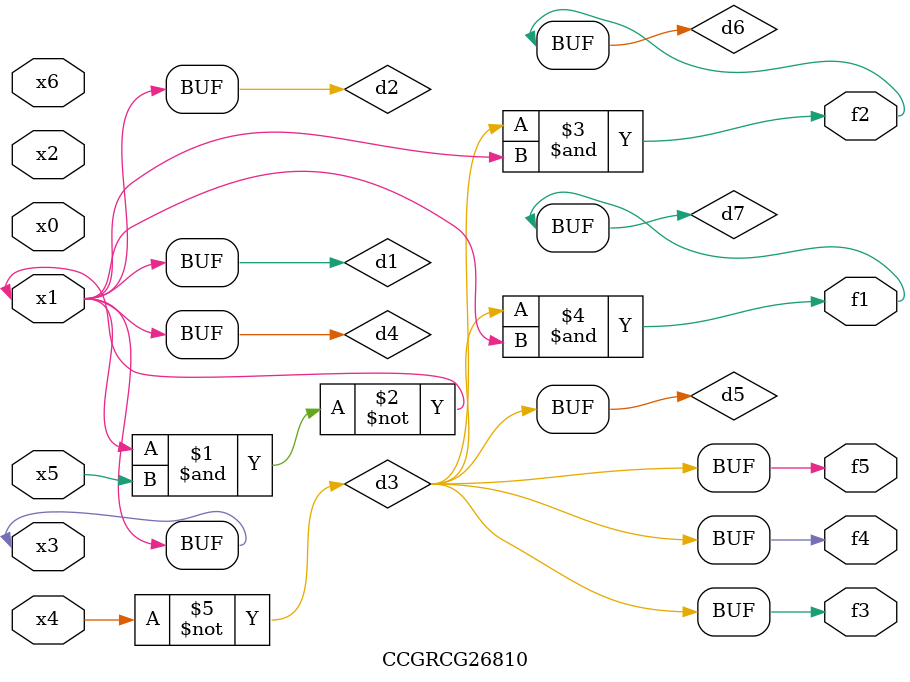
<source format=v>
module CCGRCG26810(
	input x0, x1, x2, x3, x4, x5, x6,
	output f1, f2, f3, f4, f5
);

	wire d1, d2, d3, d4, d5, d6, d7;

	buf (d1, x1, x3);
	nand (d2, x1, x5);
	not (d3, x4);
	buf (d4, d1, d2);
	buf (d5, d3);
	and (d6, d3, d4);
	and (d7, d3, d4);
	assign f1 = d7;
	assign f2 = d6;
	assign f3 = d5;
	assign f4 = d5;
	assign f5 = d5;
endmodule

</source>
